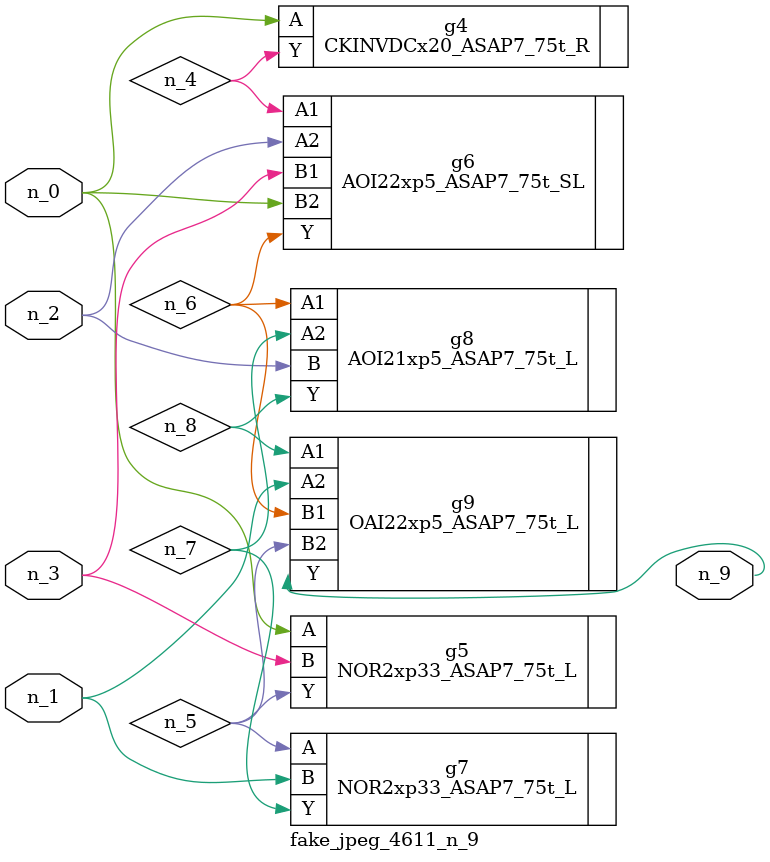
<source format=v>
module fake_jpeg_4611_n_9 (n_0, n_3, n_2, n_1, n_9);

input n_0;
input n_3;
input n_2;
input n_1;

output n_9;

wire n_4;
wire n_8;
wire n_6;
wire n_5;
wire n_7;

CKINVDCx20_ASAP7_75t_R g4 ( 
.A(n_0),
.Y(n_4)
);

NOR2xp33_ASAP7_75t_L g5 ( 
.A(n_0),
.B(n_3),
.Y(n_5)
);

AOI22xp5_ASAP7_75t_SL g6 ( 
.A1(n_4),
.A2(n_2),
.B1(n_3),
.B2(n_0),
.Y(n_6)
);

AOI21xp5_ASAP7_75t_L g8 ( 
.A1(n_6),
.A2(n_7),
.B(n_2),
.Y(n_8)
);

NOR2xp33_ASAP7_75t_L g7 ( 
.A(n_5),
.B(n_1),
.Y(n_7)
);

OAI22xp5_ASAP7_75t_L g9 ( 
.A1(n_8),
.A2(n_1),
.B1(n_6),
.B2(n_5),
.Y(n_9)
);


endmodule
</source>
